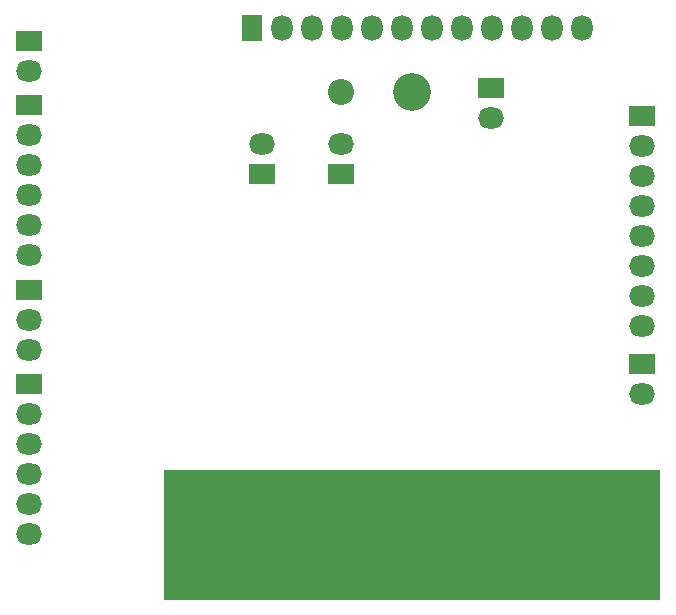
<source format=gbs>
G04*
G04 #@! TF.GenerationSoftware,Altium Limited,Altium Designer,21.0.9 (235)*
G04*
G04 Layer_Color=16711935*
%FSTAX24Y24*%
%MOIN*%
G70*
G04*
G04 #@! TF.SameCoordinates,C81BF7DB-63EA-445F-9019-DF517AEC57AA*
G04*
G04*
G04 #@! TF.FilePolarity,Negative*
G04*
G01*
G75*
%ADD66R,0.0867X0.0710*%
%ADD67O,0.0867X0.0710*%
%ADD68R,0.0710X0.0867*%
%ADD69O,0.0710X0.0867*%
%ADD70C,0.1261*%
%ADD71C,0.0867*%
%ADD87R,1.6535X0.4331*%
%ADD88R,0.0474X0.3230*%
D66*
X040433Y03872D02*
D03*
X025039Y032008D02*
D03*
Y028858D02*
D03*
X045472Y029528D02*
D03*
Y037795D02*
D03*
X035433Y035866D02*
D03*
X025039Y03815D02*
D03*
Y040315D02*
D03*
X032795Y035866D02*
D03*
D67*
X040433Y037736D02*
D03*
X025039Y030008D02*
D03*
Y031008D02*
D03*
Y023858D02*
D03*
Y024858D02*
D03*
Y025858D02*
D03*
Y026858D02*
D03*
Y027858D02*
D03*
X045472Y028528D02*
D03*
Y030795D02*
D03*
Y031795D02*
D03*
Y032795D02*
D03*
Y033795D02*
D03*
Y034795D02*
D03*
Y035795D02*
D03*
Y036795D02*
D03*
X035433Y03685D02*
D03*
X025039Y03715D02*
D03*
Y03615D02*
D03*
Y03515D02*
D03*
Y03415D02*
D03*
Y03315D02*
D03*
Y039315D02*
D03*
X032795Y03685D02*
D03*
D68*
X03248Y040748D02*
D03*
D69*
X03348D02*
D03*
X03448D02*
D03*
X03548D02*
D03*
X03648D02*
D03*
X03748D02*
D03*
X03848D02*
D03*
X03948D02*
D03*
X04048D02*
D03*
X04148D02*
D03*
X04248D02*
D03*
X04348D02*
D03*
D70*
X037795Y038583D02*
D03*
X044094Y024409D02*
D03*
X03189D02*
D03*
D71*
X035433Y038583D02*
D03*
X044094Y022638D02*
D03*
X03189D02*
D03*
D87*
X037795Y023819D02*
D03*
D88*
X041929Y024409D02*
D03*
X041142D02*
D03*
X040354D02*
D03*
X039567D02*
D03*
X03878D02*
D03*
X037992D02*
D03*
X037205D02*
D03*
X036417D02*
D03*
X03563D02*
D03*
X034843D02*
D03*
X034055D02*
D03*
M02*

</source>
